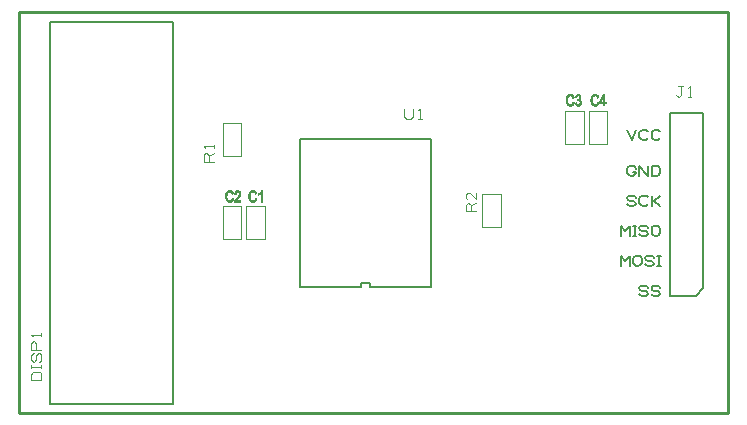
<source format=gbr>
G04 GENERATED BY PULSONIX 8.5 GERBER.DLL 5902*
G04 #@! TF.Part,Single*
%INPLATINE_1_NEW*%
%LNSILKSCREEN TOP*%
%FSLAX35Y35*%
%LPD*%
%MOIN*%
G04 #@! TF.FileFunction,Legend,Top*
%ADD21C,0.00001*%
G04 #@! TA.AperFunction,Profile*
%ADD23C,0.01000*%
G04 #@! TA.AperFunction,NonMaterial*
%ADD24C,0.00787*%
G04 #@! TD.AperFunction*
%ADD25C,0.00492*%
%ADD27C,0.00500*%
G04 #@! TA.AperFunction,NonMaterial*
%ADD72C,0.00394*%
X0Y0D02*
D02*
D21*
X105758Y81853D02*
X106166Y81729D01*
X106131Y81576*
X106083Y81434*
X106036Y81304*
X105983Y81180*
X105918Y81068*
X105847Y80968*
X105776Y80873*
X105694Y80790*
X105605Y80719*
X105516Y80655*
X105422Y80601*
X105321Y80560*
X105215Y80525*
X105109Y80501*
X104991Y80489*
X104873Y80483*
X104766Y80489*
X104666Y80495*
X104571Y80513*
X104477Y80536*
X104388Y80566*
X104306Y80601*
X104223Y80643*
X104146Y80690*
X104075Y80749*
X104005Y80808*
X103934Y80879*
X103875Y80962*
X103816Y81050*
X103756Y81145*
X103703Y81245*
X103656Y81357*
X103609Y81475*
X103568Y81594*
X103538Y81723*
X103508Y81859*
X103491Y81995*
X103473Y82137*
X103467Y82284*
X103461Y82438*
X103467Y82592*
X103473Y82733*
X103491Y82875*
X103508Y83011*
X103538Y83135*
X103568Y83259*
X103609Y83371*
X103656Y83483*
X103703Y83584*
X103756Y83684*
X103816Y83773*
X103881Y83855*
X103945Y83932*
X104016Y84003*
X104093Y84068*
X104176Y84127*
X104258Y84180*
X104341Y84221*
X104430Y84257*
X104518Y84292*
X104613Y84316*
X104707Y84334*
X104808Y84340*
X104908Y84345*
X105014Y84340*
X105121Y84328*
X105221Y84304*
X105316Y84275*
X105410Y84239*
X105499Y84192*
X105587Y84133*
X105670Y84068*
X105747Y83997*
X105818Y83914*
X105877Y83826*
X105936Y83725*
X105989Y83625*
X106036Y83507*
X106077Y83389*
X106113Y83259*
X105717Y83147*
X105688Y83241*
X105658Y83330*
X105629Y83406*
X105587Y83483*
X105552Y83554*
X105505Y83619*
X105463Y83672*
X105410Y83725*
X105357Y83773*
X105304Y83808*
X105245Y83844*
X105180Y83873*
X105115Y83891*
X105050Y83908*
X104973Y83914*
X104902Y83920*
X104755Y83908*
X104613Y83879*
X104489Y83832*
X104371Y83761*
X104264Y83672*
X104170Y83566*
X104087Y83430*
X104016Y83277*
X103957Y83099*
X103916Y82899*
X103886Y82680*
X103881Y82438*
X103886Y82255*
X103898Y82078*
X103916Y81918*
X103945Y81771*
X103987Y81629*
X104034Y81505*
X104087Y81393*
X104152Y81292*
X104223Y81204*
X104294Y81121*
X104377Y81056*
X104465Y81003*
X104554Y80962*
X104654Y80932*
X104760Y80914*
X104867Y80908*
X104949Y80914*
X105026Y80920*
X105103Y80938*
X105174Y80968*
X105245Y80997*
X105310Y81038*
X105375Y81086*
X105440Y81145*
X105493Y81204*
X105546Y81275*
X105593Y81351*
X105640Y81434*
X105676Y81529*
X105705Y81629*
X105735Y81735*
X105758Y81853*
G36*
X106166Y81729*
X106131Y81576*
X106083Y81434*
X106036Y81304*
X105983Y81180*
X105918Y81068*
X105847Y80968*
X105776Y80873*
X105694Y80790*
X105605Y80719*
X105516Y80655*
X105422Y80601*
X105321Y80560*
X105215Y80525*
X105109Y80501*
X104991Y80489*
X104873Y80483*
X104766Y80489*
X104666Y80495*
X104571Y80513*
X104477Y80536*
X104388Y80566*
X104306Y80601*
X104223Y80643*
X104146Y80690*
X104075Y80749*
X104005Y80808*
X103934Y80879*
X103875Y80962*
X103816Y81050*
X103756Y81145*
X103703Y81245*
X103656Y81357*
X103609Y81475*
X103568Y81594*
X103538Y81723*
X103508Y81859*
X103491Y81995*
X103473Y82137*
X103467Y82284*
X103461Y82438*
X103467Y82592*
X103473Y82733*
X103491Y82875*
X103508Y83011*
X103538Y83135*
X103568Y83259*
X103609Y83371*
X103656Y83483*
X103703Y83584*
X103756Y83684*
X103816Y83773*
X103881Y83855*
X103945Y83932*
X104016Y84003*
X104093Y84068*
X104176Y84127*
X104258Y84180*
X104341Y84221*
X104430Y84257*
X104518Y84292*
X104613Y84316*
X104707Y84334*
X104808Y84340*
X104908Y84345*
X105014Y84340*
X105121Y84328*
X105221Y84304*
X105316Y84275*
X105410Y84239*
X105499Y84192*
X105587Y84133*
X105670Y84068*
X105747Y83997*
X105818Y83914*
X105877Y83826*
X105936Y83725*
X105989Y83625*
X106036Y83507*
X106077Y83389*
X106113Y83259*
X105717Y83147*
X105688Y83241*
X105658Y83330*
X105629Y83406*
X105587Y83483*
X105552Y83554*
X105505Y83619*
X105463Y83672*
X105410Y83725*
X105357Y83773*
X105304Y83808*
X105245Y83844*
X105180Y83873*
X105115Y83891*
X105050Y83908*
X104973Y83914*
X104902Y83920*
X104755Y83908*
X104613Y83879*
X104489Y83832*
X104371Y83761*
X104264Y83672*
X104170Y83566*
X104087Y83430*
X104016Y83277*
X103957Y83099*
X103916Y82899*
X103886Y82680*
X103881Y82438*
X103886Y82255*
X103898Y82078*
X103916Y81918*
X103945Y81771*
X103987Y81629*
X104034Y81505*
X104087Y81393*
X104152Y81292*
X104223Y81204*
X104294Y81121*
X104377Y81056*
X104465Y81003*
X104554Y80962*
X104654Y80932*
X104760Y80914*
X104867Y80908*
X104949Y80914*
X105026Y80920*
X105103Y80938*
X105174Y80968*
X105245Y80997*
X105310Y81038*
X105375Y81086*
X105440Y81145*
X105493Y81204*
X105546Y81275*
X105593Y81351*
X105640Y81434*
X105676Y81529*
X105705Y81629*
X105735Y81735*
X105758Y81853*
G37*
X108499Y80991D02*
Y80548D01*
X106473*
X106479Y80684*
X106508Y80832*
X106562Y80985*
X106638Y81145*
X106680Y81233*
X106739Y81322*
X106804Y81410*
X106875Y81511*
X106957Y81611*
X107052Y81712*
X107152Y81818*
X107258Y81930*
X107382Y82060*
X107501Y82178*
X107601Y82290*
X107695Y82397*
X107778Y82491*
X107849Y82586*
X107902Y82668*
X107949Y82739*
X108020Y82881*
X108073Y83017*
X108103Y83147*
X108115Y83277*
X108103Y83412*
X108073Y83536*
X108020Y83643*
X107949Y83743*
X107861Y83820*
X107760Y83873*
X107654Y83908*
X107536Y83920*
X107471Y83914*
X107406Y83908*
X107353Y83891*
X107294Y83873*
X107241Y83844*
X107194Y83808*
X107146Y83773*
X107105Y83725*
X107028Y83619*
X106975Y83489*
X106945Y83342*
X106934Y83170*
X106544Y83218*
X106556Y83347*
X106579Y83471*
X106609Y83584*
X106638Y83690*
X106680Y83784*
X106733Y83873*
X106786Y83956*
X106851Y84027*
X106916Y84092*
X106993Y84145*
X107069Y84192*
X107152Y84227*
X107241Y84257*
X107335Y84281*
X107436Y84292*
X107542Y84298*
X107654Y84292*
X107760Y84281*
X107861Y84251*
X107955Y84221*
X108038Y84174*
X108115Y84121*
X108186Y84056*
X108251Y83979*
X108310Y83903*
X108357Y83820*
X108398Y83731*
X108434Y83643*
X108457Y83554*
X108475Y83460*
X108487Y83365*
X108493Y83265*
X108481Y83088*
X108445Y82916*
X108422Y82828*
X108386Y82745*
X108351Y82662*
X108304Y82580*
X108251Y82497*
X108192Y82403*
X108115Y82302*
X108032Y82202*
X107938Y82090*
X107831Y81966*
X107713Y81842*
X107589Y81712*
X107506Y81629*
X107436Y81552*
X107371Y81481*
X107312Y81422*
X107258Y81363*
X107217Y81316*
X107182Y81275*
X107152Y81239*
X107064Y81115*
X106993Y80991*
X108499*
G36*
Y80548*
X106473*
X106479Y80684*
X106508Y80832*
X106562Y80985*
X106638Y81145*
X106680Y81233*
X106739Y81322*
X106804Y81410*
X106875Y81511*
X106957Y81611*
X107052Y81712*
X107152Y81818*
X107258Y81930*
X107382Y82060*
X107501Y82178*
X107601Y82290*
X107695Y82397*
X107778Y82491*
X107849Y82586*
X107902Y82668*
X107949Y82739*
X108020Y82881*
X108073Y83017*
X108103Y83147*
X108115Y83277*
X108103Y83412*
X108073Y83536*
X108020Y83643*
X107949Y83743*
X107861Y83820*
X107760Y83873*
X107654Y83908*
X107536Y83920*
X107471Y83914*
X107406Y83908*
X107353Y83891*
X107294Y83873*
X107241Y83844*
X107194Y83808*
X107146Y83773*
X107105Y83725*
X107028Y83619*
X106975Y83489*
X106945Y83342*
X106934Y83170*
X106544Y83218*
X106556Y83347*
X106579Y83471*
X106609Y83584*
X106638Y83690*
X106680Y83784*
X106733Y83873*
X106786Y83956*
X106851Y84027*
X106916Y84092*
X106993Y84145*
X107069Y84192*
X107152Y84227*
X107241Y84257*
X107335Y84281*
X107436Y84292*
X107542Y84298*
X107654Y84292*
X107760Y84281*
X107861Y84251*
X107955Y84221*
X108038Y84174*
X108115Y84121*
X108186Y84056*
X108251Y83979*
X108310Y83903*
X108357Y83820*
X108398Y83731*
X108434Y83643*
X108457Y83554*
X108475Y83460*
X108487Y83365*
X108493Y83265*
X108481Y83088*
X108445Y82916*
X108422Y82828*
X108386Y82745*
X108351Y82662*
X108304Y82580*
X108251Y82497*
X108192Y82403*
X108115Y82302*
X108032Y82202*
X107938Y82090*
X107831Y81966*
X107713Y81842*
X107589Y81712*
X107506Y81629*
X107436Y81552*
X107371Y81481*
X107312Y81422*
X107258Y81363*
X107217Y81316*
X107182Y81275*
X107152Y81239*
X107064Y81115*
X106993Y80991*
X108499*
G37*
X113475Y81853D02*
X113882Y81729D01*
X113847Y81576*
X113800Y81434*
X113753Y81304*
X113699Y81180*
X113634Y81068*
X113564Y80968*
X113493Y80873*
X113410Y80790*
X113321Y80719*
X113233Y80655*
X113138Y80601*
X113038Y80560*
X112932Y80525*
X112825Y80501*
X112707Y80489*
X112589Y80483*
X112483Y80489*
X112382Y80495*
X112288Y80513*
X112194Y80536*
X112105Y80566*
X112022Y80601*
X111940Y80643*
X111863Y80690*
X111792Y80749*
X111721Y80808*
X111650Y80879*
X111591Y80962*
X111532Y81050*
X111473Y81145*
X111420Y81245*
X111373Y81357*
X111325Y81475*
X111284Y81594*
X111255Y81723*
X111225Y81859*
X111207Y81995*
X111190Y82137*
X111184Y82284*
X111178Y82438*
X111184Y82592*
X111190Y82733*
X111207Y82875*
X111225Y83011*
X111255Y83135*
X111284Y83259*
X111325Y83371*
X111373Y83483*
X111420Y83584*
X111473Y83684*
X111532Y83773*
X111597Y83855*
X111662Y83932*
X111733Y84003*
X111810Y84068*
X111892Y84127*
X111975Y84180*
X112058Y84221*
X112146Y84257*
X112235Y84292*
X112329Y84316*
X112424Y84334*
X112524Y84340*
X112625Y84345*
X112731Y84340*
X112837Y84328*
X112938Y84304*
X113032Y84275*
X113127Y84239*
X113215Y84192*
X113304Y84133*
X113386Y84068*
X113463Y83997*
X113534Y83914*
X113593Y83826*
X113652Y83725*
X113705Y83625*
X113753Y83507*
X113794Y83389*
X113829Y83259*
X113434Y83147*
X113404Y83241*
X113375Y83330*
X113345Y83406*
X113304Y83483*
X113268Y83554*
X113221Y83619*
X113180Y83672*
X113127Y83725*
X113073Y83773*
X113020Y83808*
X112961Y83844*
X112896Y83873*
X112831Y83891*
X112766Y83908*
X112690Y83914*
X112619Y83920*
X112471Y83908*
X112329Y83879*
X112205Y83832*
X112087Y83761*
X111981Y83672*
X111886Y83566*
X111804Y83430*
X111733Y83277*
X111674Y83099*
X111632Y82899*
X111603Y82680*
X111597Y82438*
X111603Y82255*
X111615Y82078*
X111632Y81918*
X111662Y81771*
X111703Y81629*
X111751Y81505*
X111804Y81393*
X111869Y81292*
X111940Y81204*
X112010Y81121*
X112093Y81056*
X112182Y81003*
X112270Y80962*
X112371Y80932*
X112477Y80914*
X112583Y80908*
X112666Y80914*
X112743Y80920*
X112819Y80938*
X112890Y80968*
X112961Y80997*
X113026Y81038*
X113091Y81086*
X113156Y81145*
X113209Y81204*
X113262Y81275*
X113310Y81351*
X113357Y81434*
X113392Y81529*
X113422Y81629*
X113451Y81735*
X113475Y81853*
G36*
X113882Y81729*
X113847Y81576*
X113800Y81434*
X113753Y81304*
X113699Y81180*
X113634Y81068*
X113564Y80968*
X113493Y80873*
X113410Y80790*
X113321Y80719*
X113233Y80655*
X113138Y80601*
X113038Y80560*
X112932Y80525*
X112825Y80501*
X112707Y80489*
X112589Y80483*
X112483Y80489*
X112382Y80495*
X112288Y80513*
X112194Y80536*
X112105Y80566*
X112022Y80601*
X111940Y80643*
X111863Y80690*
X111792Y80749*
X111721Y80808*
X111650Y80879*
X111591Y80962*
X111532Y81050*
X111473Y81145*
X111420Y81245*
X111373Y81357*
X111325Y81475*
X111284Y81594*
X111255Y81723*
X111225Y81859*
X111207Y81995*
X111190Y82137*
X111184Y82284*
X111178Y82438*
X111184Y82592*
X111190Y82733*
X111207Y82875*
X111225Y83011*
X111255Y83135*
X111284Y83259*
X111325Y83371*
X111373Y83483*
X111420Y83584*
X111473Y83684*
X111532Y83773*
X111597Y83855*
X111662Y83932*
X111733Y84003*
X111810Y84068*
X111892Y84127*
X111975Y84180*
X112058Y84221*
X112146Y84257*
X112235Y84292*
X112329Y84316*
X112424Y84334*
X112524Y84340*
X112625Y84345*
X112731Y84340*
X112837Y84328*
X112938Y84304*
X113032Y84275*
X113127Y84239*
X113215Y84192*
X113304Y84133*
X113386Y84068*
X113463Y83997*
X113534Y83914*
X113593Y83826*
X113652Y83725*
X113705Y83625*
X113753Y83507*
X113794Y83389*
X113829Y83259*
X113434Y83147*
X113404Y83241*
X113375Y83330*
X113345Y83406*
X113304Y83483*
X113268Y83554*
X113221Y83619*
X113180Y83672*
X113127Y83725*
X113073Y83773*
X113020Y83808*
X112961Y83844*
X112896Y83873*
X112831Y83891*
X112766Y83908*
X112690Y83914*
X112619Y83920*
X112471Y83908*
X112329Y83879*
X112205Y83832*
X112087Y83761*
X111981Y83672*
X111886Y83566*
X111804Y83430*
X111733Y83277*
X111674Y83099*
X111632Y82899*
X111603Y82680*
X111597Y82438*
X111603Y82255*
X111615Y82078*
X111632Y81918*
X111662Y81771*
X111703Y81629*
X111751Y81505*
X111804Y81393*
X111869Y81292*
X111940Y81204*
X112010Y81121*
X112093Y81056*
X112182Y81003*
X112270Y80962*
X112371Y80932*
X112477Y80914*
X112583Y80908*
X112666Y80914*
X112743Y80920*
X112819Y80938*
X112890Y80968*
X112961Y80997*
X113026Y81038*
X113091Y81086*
X113156Y81145*
X113209Y81204*
X113262Y81275*
X113310Y81351*
X113357Y81434*
X113392Y81529*
X113422Y81629*
X113451Y81735*
X113475Y81853*
G37*
X115642Y80548D02*
X115270D01*
Y83471*
X115199Y83395*
X115117Y83318*
X115028Y83235*
X114922Y83158*
X114816Y83082*
X114715Y83017*
X114615Y82964*
X114520Y82916*
Y83359*
X114674Y83454*
X114810Y83554*
X114945Y83672*
X115069Y83796*
X115176Y83920*
X115270Y84050*
X115347Y84174*
X115400Y84298*
X115642*
Y80548*
G36*
X115270*
Y83471*
X115199Y83395*
X115117Y83318*
X115028Y83235*
X114922Y83158*
X114816Y83082*
X114715Y83017*
X114615Y82964*
X114520Y82916*
Y83359*
X114674Y83454*
X114810Y83554*
X114945Y83672*
X115069Y83796*
X115176Y83920*
X115270Y84050*
X115347Y84174*
X115400Y84298*
X115642*
Y80548*
G37*
X219262Y113901D02*
X219670Y113777D01*
X219634Y113623*
X219587Y113481*
X219540Y113351*
X219487Y113227*
X219422Y113115*
X219351Y113015*
X219280Y112920*
X219197Y112838*
X219109Y112767*
X219020Y112702*
X218926Y112649*
X218825Y112607*
X218719Y112572*
X218613Y112548*
X218495Y112536*
X218377Y112531*
X218270Y112536*
X218170Y112542*
X218075Y112560*
X217981Y112584*
X217892Y112613*
X217810Y112649*
X217727Y112690*
X217650Y112737*
X217579Y112796*
X217508Y112855*
X217438Y112926*
X217379Y113009*
X217319Y113097*
X217260Y113192*
X217207Y113292*
X217160Y113405*
X217113Y113523*
X217071Y113641*
X217042Y113771*
X217012Y113906*
X216995Y114042*
X216977Y114184*
X216971Y114332*
X216965Y114485*
X216971Y114639*
X216977Y114781*
X216995Y114922*
X217012Y115058*
X217042Y115182*
X217071Y115306*
X217113Y115418*
X217160Y115531*
X217207Y115631*
X217260Y115731*
X217319Y115820*
X217384Y115903*
X217449Y115979*
X217520Y116050*
X217597Y116115*
X217680Y116174*
X217762Y116227*
X217845Y116269*
X217934Y116304*
X218022Y116340*
X218117Y116363*
X218211Y116381*
X218312Y116387*
X218412Y116393*
X218518Y116387*
X218625Y116375*
X218725Y116351*
X218819Y116322*
X218914Y116286*
X219003Y116239*
X219091Y116180*
X219174Y116115*
X219251Y116044*
X219321Y115962*
X219381Y115873*
X219440Y115773*
X219493Y115672*
X219540Y115554*
X219581Y115436*
X219617Y115306*
X219221Y115194*
X219192Y115288*
X219162Y115377*
X219132Y115454*
X219091Y115531*
X219056Y115601*
X219008Y115666*
X218967Y115719*
X218914Y115773*
X218861Y115820*
X218808Y115855*
X218749Y115891*
X218684Y115920*
X218619Y115938*
X218554Y115956*
X218477Y115962*
X218406Y115968*
X218258Y115956*
X218117Y115926*
X217993Y115879*
X217875Y115808*
X217768Y115719*
X217674Y115613*
X217591Y115477*
X217520Y115324*
X217461Y115147*
X217420Y114946*
X217390Y114727*
X217384Y114485*
X217390Y114302*
X217402Y114125*
X217420Y113966*
X217449Y113818*
X217491Y113676*
X217538Y113552*
X217591Y113440*
X217656Y113340*
X217727Y113251*
X217798Y113168*
X217881Y113103*
X217969Y113050*
X218058Y113009*
X218158Y112979*
X218264Y112962*
X218371Y112956*
X218453Y112962*
X218530Y112968*
X218607Y112985*
X218678Y113015*
X218749Y113044*
X218814Y113086*
X218879Y113133*
X218944Y113192*
X218997Y113251*
X219050Y113322*
X219097Y113399*
X219144Y113481*
X219180Y113576*
X219209Y113676*
X219239Y113782*
X219262Y113901*
G36*
X219670Y113777*
X219634Y113623*
X219587Y113481*
X219540Y113351*
X219487Y113227*
X219422Y113115*
X219351Y113015*
X219280Y112920*
X219197Y112838*
X219109Y112767*
X219020Y112702*
X218926Y112649*
X218825Y112607*
X218719Y112572*
X218613Y112548*
X218495Y112536*
X218377Y112531*
X218270Y112536*
X218170Y112542*
X218075Y112560*
X217981Y112584*
X217892Y112613*
X217810Y112649*
X217727Y112690*
X217650Y112737*
X217579Y112796*
X217508Y112855*
X217438Y112926*
X217379Y113009*
X217319Y113097*
X217260Y113192*
X217207Y113292*
X217160Y113405*
X217113Y113523*
X217071Y113641*
X217042Y113771*
X217012Y113906*
X216995Y114042*
X216977Y114184*
X216971Y114332*
X216965Y114485*
X216971Y114639*
X216977Y114781*
X216995Y114922*
X217012Y115058*
X217042Y115182*
X217071Y115306*
X217113Y115418*
X217160Y115531*
X217207Y115631*
X217260Y115731*
X217319Y115820*
X217384Y115903*
X217449Y115979*
X217520Y116050*
X217597Y116115*
X217680Y116174*
X217762Y116227*
X217845Y116269*
X217934Y116304*
X218022Y116340*
X218117Y116363*
X218211Y116381*
X218312Y116387*
X218412Y116393*
X218518Y116387*
X218625Y116375*
X218725Y116351*
X218819Y116322*
X218914Y116286*
X219003Y116239*
X219091Y116180*
X219174Y116115*
X219251Y116044*
X219321Y115962*
X219381Y115873*
X219440Y115773*
X219493Y115672*
X219540Y115554*
X219581Y115436*
X219617Y115306*
X219221Y115194*
X219192Y115288*
X219162Y115377*
X219132Y115454*
X219091Y115531*
X219056Y115601*
X219008Y115666*
X218967Y115719*
X218914Y115773*
X218861Y115820*
X218808Y115855*
X218749Y115891*
X218684Y115920*
X218619Y115938*
X218554Y115956*
X218477Y115962*
X218406Y115968*
X218258Y115956*
X218117Y115926*
X217993Y115879*
X217875Y115808*
X217768Y115719*
X217674Y115613*
X217591Y115477*
X217520Y115324*
X217461Y115147*
X217420Y114946*
X217390Y114727*
X217384Y114485*
X217390Y114302*
X217402Y114125*
X217420Y113966*
X217449Y113818*
X217491Y113676*
X217538Y113552*
X217591Y113440*
X217656Y113340*
X217727Y113251*
X217798Y113168*
X217881Y113103*
X217969Y113050*
X218058Y113009*
X218158Y112979*
X218264Y112962*
X218371Y112956*
X218453Y112962*
X218530Y112968*
X218607Y112985*
X218678Y113015*
X218749Y113044*
X218814Y113086*
X218879Y113133*
X218944Y113192*
X218997Y113251*
X219050Y113322*
X219097Y113399*
X219144Y113481*
X219180Y113576*
X219209Y113676*
X219239Y113782*
X219262Y113901*
G37*
X220018Y113582D02*
X220390Y113641D01*
X220426Y113469*
X220473Y113322*
X220526Y113192*
X220597Y113092*
X220680Y113009*
X220768Y112956*
X220869Y112920*
X220987Y112908*
X221046Y112914*
X221111Y112920*
X221170Y112938*
X221223Y112962*
X221282Y112991*
X221329Y113032*
X221382Y113074*
X221430Y113127*
X221477Y113180*
X221512Y113245*
X221548Y113304*
X221571Y113375*
X221607Y113523*
X221619Y113688*
X221607Y113847*
X221577Y113983*
X221524Y114107*
X221447Y114214*
X221400Y114261*
X221353Y114302*
X221306Y114338*
X221253Y114361*
X221199Y114385*
X221140Y114403*
X221081Y114408*
X221022Y114414*
X220963Y114408*
X220904Y114403*
X220833Y114385*
X220756Y114361*
X220798Y114769*
X220857Y114763*
X220993Y114775*
X221111Y114804*
X221217Y114857*
X221312Y114934*
X221388Y115023*
X221447Y115129*
X221477Y115253*
X221489Y115389*
X221477Y115513*
X221453Y115625*
X221406Y115719*
X221341Y115808*
X221264Y115879*
X221182Y115926*
X221087Y115956*
X220987Y115968*
X220881Y115956*
X220786Y115926*
X220697Y115873*
X220615Y115802*
X220550Y115708*
X220497Y115590*
X220455Y115454*
X220426Y115294*
X220054Y115377*
X220077Y115495*
X220101Y115601*
X220131Y115702*
X220172Y115796*
X220213Y115885*
X220260Y115962*
X220314Y116032*
X220373Y116097*
X220438Y116156*
X220503Y116210*
X220573Y116251*
X220650Y116286*
X220727Y116310*
X220804Y116328*
X220892Y116340*
X220975Y116345*
X221069Y116340*
X221158Y116328*
X221241Y116304*
X221318Y116275*
X221400Y116239*
X221471Y116192*
X221542Y116133*
X221607Y116068*
X221666Y115997*
X221719Y115926*
X221766Y115844*
X221802Y115761*
X221831Y115672*
X221849Y115578*
X221861Y115477*
X221867Y115377*
X221861Y115253*
X221837Y115135*
X221808Y115029*
X221760Y114928*
X221701Y114834*
X221631Y114751*
X221548Y114680*
X221453Y114621*
X221542Y114592*
X221619Y114550*
X221690Y114503*
X221755Y114450*
X221814Y114385*
X221861Y114314*
X221908Y114231*
X221949Y114137*
X221979Y114036*
X222003Y113930*
X222014Y113818*
X222020Y113700*
X222014Y113576*
X222003Y113452*
X221979Y113340*
X221944Y113233*
X221902Y113127*
X221849Y113032*
X221790Y112944*
X221719Y112855*
X221642Y112779*
X221560Y112714*
X221471Y112660*
X221382Y112613*
X221294Y112578*
X221194Y112548*
X221099Y112536*
X220993Y112531*
X220898Y112536*
X220804Y112548*
X220715Y112572*
X220632Y112601*
X220550Y112643*
X220473Y112690*
X220396Y112749*
X220331Y112814*
X220266Y112891*
X220207Y112968*
X220160Y113056*
X220113Y113151*
X220077Y113245*
X220054Y113351*
X220030Y113464*
X220018Y113582*
G36*
X220390Y113641*
X220426Y113469*
X220473Y113322*
X220526Y113192*
X220597Y113092*
X220680Y113009*
X220768Y112956*
X220869Y112920*
X220987Y112908*
X221046Y112914*
X221111Y112920*
X221170Y112938*
X221223Y112962*
X221282Y112991*
X221329Y113032*
X221382Y113074*
X221430Y113127*
X221477Y113180*
X221512Y113245*
X221548Y113304*
X221571Y113375*
X221607Y113523*
X221619Y113688*
X221607Y113847*
X221577Y113983*
X221524Y114107*
X221447Y114214*
X221400Y114261*
X221353Y114302*
X221306Y114338*
X221253Y114361*
X221199Y114385*
X221140Y114403*
X221081Y114408*
X221022Y114414*
X220963Y114408*
X220904Y114403*
X220833Y114385*
X220756Y114361*
X220798Y114769*
X220857Y114763*
X220993Y114775*
X221111Y114804*
X221217Y114857*
X221312Y114934*
X221388Y115023*
X221447Y115129*
X221477Y115253*
X221489Y115389*
X221477Y115513*
X221453Y115625*
X221406Y115719*
X221341Y115808*
X221264Y115879*
X221182Y115926*
X221087Y115956*
X220987Y115968*
X220881Y115956*
X220786Y115926*
X220697Y115873*
X220615Y115802*
X220550Y115708*
X220497Y115590*
X220455Y115454*
X220426Y115294*
X220054Y115377*
X220077Y115495*
X220101Y115601*
X220131Y115702*
X220172Y115796*
X220213Y115885*
X220260Y115962*
X220314Y116032*
X220373Y116097*
X220438Y116156*
X220503Y116210*
X220573Y116251*
X220650Y116286*
X220727Y116310*
X220804Y116328*
X220892Y116340*
X220975Y116345*
X221069Y116340*
X221158Y116328*
X221241Y116304*
X221318Y116275*
X221400Y116239*
X221471Y116192*
X221542Y116133*
X221607Y116068*
X221666Y115997*
X221719Y115926*
X221766Y115844*
X221802Y115761*
X221831Y115672*
X221849Y115578*
X221861Y115477*
X221867Y115377*
X221861Y115253*
X221837Y115135*
X221808Y115029*
X221760Y114928*
X221701Y114834*
X221631Y114751*
X221548Y114680*
X221453Y114621*
X221542Y114592*
X221619Y114550*
X221690Y114503*
X221755Y114450*
X221814Y114385*
X221861Y114314*
X221908Y114231*
X221949Y114137*
X221979Y114036*
X222003Y113930*
X222014Y113818*
X222020Y113700*
X222014Y113576*
X222003Y113452*
X221979Y113340*
X221944Y113233*
X221902Y113127*
X221849Y113032*
X221790Y112944*
X221719Y112855*
X221642Y112779*
X221560Y112714*
X221471Y112660*
X221382Y112613*
X221294Y112578*
X221194Y112548*
X221099Y112536*
X220993Y112531*
X220898Y112536*
X220804Y112548*
X220715Y112572*
X220632Y112601*
X220550Y112643*
X220473Y112690*
X220396Y112749*
X220331Y112814*
X220266Y112891*
X220207Y112968*
X220160Y113056*
X220113Y113151*
X220077Y113245*
X220054Y113351*
X220030Y113464*
X220018Y113582*
G37*
X227530Y113901D02*
X227938Y113777D01*
X227902Y113623*
X227855Y113481*
X227808Y113351*
X227755Y113227*
X227690Y113115*
X227619Y113015*
X227548Y112920*
X227465Y112838*
X227377Y112767*
X227288Y112702*
X227194Y112649*
X227093Y112607*
X226987Y112572*
X226881Y112548*
X226762Y112536*
X226644Y112531*
X226538Y112536*
X226438Y112542*
X226343Y112560*
X226249Y112584*
X226160Y112613*
X226077Y112649*
X225995Y112690*
X225918Y112737*
X225847Y112796*
X225776Y112855*
X225705Y112926*
X225646Y113009*
X225587Y113097*
X225528Y113192*
X225475Y113292*
X225428Y113405*
X225381Y113523*
X225339Y113641*
X225310Y113771*
X225280Y113906*
X225262Y114042*
X225245Y114184*
X225239Y114332*
X225233Y114485*
X225239Y114639*
X225245Y114781*
X225262Y114922*
X225280Y115058*
X225310Y115182*
X225339Y115306*
X225381Y115418*
X225428Y115531*
X225475Y115631*
X225528Y115731*
X225587Y115820*
X225652Y115903*
X225717Y115979*
X225788Y116050*
X225865Y116115*
X225947Y116174*
X226030Y116227*
X226113Y116269*
X226201Y116304*
X226290Y116340*
X226384Y116363*
X226479Y116381*
X226579Y116387*
X226680Y116393*
X226786Y116387*
X226892Y116375*
X226993Y116351*
X227087Y116322*
X227182Y116286*
X227270Y116239*
X227359Y116180*
X227442Y116115*
X227518Y116044*
X227589Y115962*
X227648Y115873*
X227707Y115773*
X227760Y115672*
X227808Y115554*
X227849Y115436*
X227884Y115306*
X227489Y115194*
X227459Y115288*
X227430Y115377*
X227400Y115454*
X227359Y115531*
X227323Y115601*
X227276Y115666*
X227235Y115719*
X227182Y115773*
X227129Y115820*
X227075Y115855*
X227016Y115891*
X226951Y115920*
X226886Y115938*
X226821Y115956*
X226745Y115962*
X226674Y115968*
X226526Y115956*
X226384Y115926*
X226260Y115879*
X226142Y115808*
X226036Y115719*
X225942Y115613*
X225859Y115477*
X225788Y115324*
X225729Y115147*
X225688Y114946*
X225658Y114727*
X225652Y114485*
X225658Y114302*
X225670Y114125*
X225688Y113966*
X225717Y113818*
X225758Y113676*
X225806Y113552*
X225859Y113440*
X225924Y113340*
X225995Y113251*
X226066Y113168*
X226148Y113103*
X226237Y113050*
X226325Y113009*
X226426Y112979*
X226532Y112962*
X226638Y112956*
X226721Y112962*
X226798Y112968*
X226875Y112985*
X226945Y113015*
X227016Y113044*
X227081Y113086*
X227146Y113133*
X227211Y113192*
X227264Y113251*
X227318Y113322*
X227365Y113399*
X227412Y113481*
X227447Y113576*
X227477Y113676*
X227506Y113782*
X227530Y113901*
G36*
X227938Y113777*
X227902Y113623*
X227855Y113481*
X227808Y113351*
X227755Y113227*
X227690Y113115*
X227619Y113015*
X227548Y112920*
X227465Y112838*
X227377Y112767*
X227288Y112702*
X227194Y112649*
X227093Y112607*
X226987Y112572*
X226881Y112548*
X226762Y112536*
X226644Y112531*
X226538Y112536*
X226438Y112542*
X226343Y112560*
X226249Y112584*
X226160Y112613*
X226077Y112649*
X225995Y112690*
X225918Y112737*
X225847Y112796*
X225776Y112855*
X225705Y112926*
X225646Y113009*
X225587Y113097*
X225528Y113192*
X225475Y113292*
X225428Y113405*
X225381Y113523*
X225339Y113641*
X225310Y113771*
X225280Y113906*
X225262Y114042*
X225245Y114184*
X225239Y114332*
X225233Y114485*
X225239Y114639*
X225245Y114781*
X225262Y114922*
X225280Y115058*
X225310Y115182*
X225339Y115306*
X225381Y115418*
X225428Y115531*
X225475Y115631*
X225528Y115731*
X225587Y115820*
X225652Y115903*
X225717Y115979*
X225788Y116050*
X225865Y116115*
X225947Y116174*
X226030Y116227*
X226113Y116269*
X226201Y116304*
X226290Y116340*
X226384Y116363*
X226479Y116381*
X226579Y116387*
X226680Y116393*
X226786Y116387*
X226892Y116375*
X226993Y116351*
X227087Y116322*
X227182Y116286*
X227270Y116239*
X227359Y116180*
X227442Y116115*
X227518Y116044*
X227589Y115962*
X227648Y115873*
X227707Y115773*
X227760Y115672*
X227808Y115554*
X227849Y115436*
X227884Y115306*
X227489Y115194*
X227459Y115288*
X227430Y115377*
X227400Y115454*
X227359Y115531*
X227323Y115601*
X227276Y115666*
X227235Y115719*
X227182Y115773*
X227129Y115820*
X227075Y115855*
X227016Y115891*
X226951Y115920*
X226886Y115938*
X226821Y115956*
X226745Y115962*
X226674Y115968*
X226526Y115956*
X226384Y115926*
X226260Y115879*
X226142Y115808*
X226036Y115719*
X225942Y115613*
X225859Y115477*
X225788Y115324*
X225729Y115147*
X225688Y114946*
X225658Y114727*
X225652Y114485*
X225658Y114302*
X225670Y114125*
X225688Y113966*
X225717Y113818*
X225758Y113676*
X225806Y113552*
X225859Y113440*
X225924Y113340*
X225995Y113251*
X226066Y113168*
X226148Y113103*
X226237Y113050*
X226325Y113009*
X226426Y112979*
X226532Y112962*
X226638Y112956*
X226721Y112962*
X226798Y112968*
X226875Y112985*
X226945Y113015*
X227016Y113044*
X227081Y113086*
X227146Y113133*
X227211Y113192*
X227264Y113251*
X227318Y113322*
X227365Y113399*
X227412Y113481*
X227447Y113576*
X227477Y113676*
X227506Y113782*
X227530Y113901*
G37*
X229491Y112595D02*
Y113487D01*
X228162*
Y113912*
X229562Y116328*
X229863*
Y113912*
X230276*
Y113487*
X229863*
Y112595*
X229491*
Y113912D02*
Y115595D01*
X228528Y113912*
X229491*
X229863Y114754D02*
G36*
X229491D01*
Y113912*
X228528*
X229009Y114754*
X228650*
X228162Y113912*
Y113487*
X229491*
Y112595*
X229863*
Y113487*
X230276*
Y113912*
X229863*
Y114754*
G37*
Y116328D02*
G36*
X229562D01*
X228650Y114754*
X229009*
X229491Y115595*
Y114754*
X229863*
Y116328*
G37*
D02*
D23*
X34847Y9962D02*
Y143820D01*
X271068*
Y9962*
X34847*
D02*
D24*
X45123Y13003D02*
Y140464D01*
X86068*
Y13003*
X45123*
X128508Y52048D02*
Y101418D01*
X172209*
Y52048*
X151835*
Y53525*
X148882*
Y52048*
X128508*
X251788Y49147D02*
Y110147D01*
X262788*
Y51647*
X260288Y49147*
X251788*
D02*
D25*
X42246Y20985D02*
X38772Y20985D01*
Y22722*
X39062Y23301*
X39351Y23591*
X39930Y23880*
X41088*
X41667Y23591*
X41957Y23301*
X42246Y22722*
Y20985*
Y24971D02*
X42246Y26129D01*
Y25550D02*
X38772Y25550D01*
Y24971D02*
X38772Y26129D01*
X41378Y27088D02*
X41957Y27377D01*
X42246Y27956*
Y29114*
X41957Y29693*
X41378Y29982*
X40799Y29693*
X40509Y29114*
Y27956*
X40220Y27377*
X39641Y27088*
X39062Y27377*
X38772Y27956*
Y29114*
X39062Y29693*
X39641Y29982*
X42246Y31074D02*
X38772Y31074D01*
Y33100*
X39062Y33679*
X39641Y33969*
X40220Y33679*
X40509Y33100*
Y31074*
X42246Y35639D02*
X42246Y36797D01*
Y36218D02*
X38772Y36218D01*
X39351Y35639*
X99727Y93800D02*
X96253Y93800D01*
Y95827*
X96542Y96406*
X97121Y96695*
X97700Y96406*
X97990Y95827*
Y93800*
Y95827D02*
X99727Y96695D01*
Y98365D02*
X99727Y99523D01*
Y98944D02*
X96253Y98944D01*
X96832Y98365*
X163194Y111548D02*
X163194Y108943D01*
X163483Y108364*
X164062Y108074*
X165220*
X165799Y108364*
X166088Y108943*
Y111548*
X167759Y108074D02*
X168917Y108074D01*
X168338D02*
X168338Y111548D01*
X167759Y110969*
X187128Y77284D02*
X183654Y77284D01*
Y79311*
X183944Y79890*
X184523Y80179*
X185102Y79890*
X185391Y79311*
Y77284*
Y79311D02*
X187128Y80179D01*
Y83587D02*
X187128Y81271D01*
X185102Y83297*
X184523Y83587*
X183944Y83297*
X183654Y82718*
Y81850*
X183944Y81271*
X253745Y116094D02*
X254034Y115805D01*
X254613Y115515*
X255192Y115805*
X255482Y116094*
Y118989*
X256061*
X255482D02*
X254324Y118989D01*
X257670Y115515D02*
X258828Y115515D01*
X258249D02*
X258249Y118989D01*
X257670Y118410*
D02*
D27*
X235340Y59033D02*
X235340Y62562D01*
X236811Y60798*
X238281Y62562*
Y59033*
X239390Y60209D02*
X239390Y61386D01*
X239684Y61974*
X239978Y62268*
X240566Y62562*
X241155*
X241743Y62268*
X242037Y61974*
X242331Y61386*
Y60209*
X242037Y59621*
X241743Y59327*
X241155Y59033*
X240566*
X239978Y59327*
X239684Y59621*
X239390Y60209*
X243440Y59915D02*
X243734Y59327D01*
X244322Y59033*
X245499*
X246087Y59327*
X246381Y59915*
X246087Y60504*
X245499Y60798*
X244322*
X243734Y61092*
X243440Y61680*
X243734Y62268*
X244322Y62562*
X245499*
X246087Y62268*
X246381Y61680*
X247490Y59033D02*
X248666Y59033D01*
X248078D02*
X248078Y62562D01*
X247490D02*
X248666Y62562D01*
X235340Y69033D02*
X235340Y72562D01*
X236811Y70798*
X238281Y72562*
Y69033*
X239390D02*
X240566Y69033D01*
X239978D02*
X239978Y72562D01*
X239390D02*
X240566Y72562D01*
X241540Y69915D02*
X241834Y69327D01*
X242422Y69033*
X243599*
X244187Y69327*
X244481Y69915*
X244187Y70504*
X243599Y70798*
X242422*
X241834Y71092*
X241540Y71680*
X241834Y72268*
X242422Y72562*
X243599*
X244187Y72268*
X244481Y71680*
X245590Y70209D02*
X245590Y71386D01*
X245884Y71974*
X246178Y72268*
X246766Y72562*
X247355*
X247943Y72268*
X248237Y71974*
X248531Y71386*
Y70209*
X248237Y69621*
X247943Y69327*
X247355Y69033*
X246766*
X246178Y69327*
X245884Y69621*
X245590Y70209*
X237490Y79915D02*
X237784Y79327D01*
X238372Y79033*
X239549*
X240137Y79327*
X240431Y79915*
X240137Y80504*
X239549Y80798*
X238372*
X237784Y81092*
X237490Y81680*
X237784Y82268*
X238372Y82562*
X239549*
X240137Y82268*
X240431Y81680*
X244481Y79621D02*
X244187Y79327D01*
X243599Y79033*
X242716*
X242128Y79327*
X241834Y79621*
X241540Y80209*
Y81386*
X241834Y81974*
X242128Y82268*
X242716Y82562*
X243599*
X244187Y82268*
X244481Y81974*
X245590Y79033D02*
X245590Y82562D01*
Y80798D02*
X246472Y80798D01*
X248531Y82562*
X246472Y80798D02*
X248531Y79033D01*
X239549Y90504D02*
X240431Y90504D01*
Y90209*
X240137Y89621*
X239843Y89327*
X239255Y89033*
X238666*
X238078Y89327*
X237784Y89621*
X237490Y90209*
Y91386*
X237784Y91974*
X238078Y92268*
X238666Y92562*
X239255*
X239843Y92268*
X240137Y91974*
X240431Y91386*
X241540Y89033D02*
X241540Y92562D01*
X244481Y89033*
Y92562*
X245590Y89033D02*
X245590Y92562D01*
X247355*
X247943Y92268*
X248237Y91974*
X248531Y91386*
Y90209*
X248237Y89621*
X247943Y89327*
X247355Y89033*
X245590*
X237490Y104531D02*
X238961Y101001D01*
X240431Y104531*
X244481Y101590D02*
X244187Y101296D01*
X243599Y101001*
X242716*
X242128Y101296*
X241834Y101590*
X241540Y102178*
Y103354*
X241834Y103943*
X242128Y104237*
X242716Y104531*
X243599*
X244187Y104237*
X244481Y103943*
X248531Y101590D02*
X248237Y101296D01*
X247649Y101001*
X246766*
X246178Y101296*
X245884Y101590*
X245590Y102178*
Y103354*
X245884Y103943*
X246178Y104237*
X246766Y104531*
X247649*
X248237Y104237*
X248531Y103943*
X241540Y49915D02*
X241834Y49327D01*
X242422Y49033*
X243599*
X244187Y49327*
X244481Y49915*
X244187Y50504*
X243599Y50798*
X242422*
X241834Y51092*
X241540Y51680*
X241834Y52268*
X242422Y52562*
X243599*
X244187Y52268*
X244481Y51680*
X245590Y49915D02*
X245884Y49327D01*
X246472Y49033*
X247649*
X248237Y49327*
X248531Y49915*
X248237Y50504*
X247649Y50798*
X246472*
X245884Y51092*
X245590Y51680*
X245884Y52268*
X246472Y52562*
X247649*
X248237Y52268*
X248531Y51680*
D02*
D72*
X102613Y79241D02*
Y68241D01*
X108813*
Y79241*
X102613*
X108813Y95800D02*
Y106800D01*
X102613*
Y95800*
X108813*
X116687Y68241D02*
Y79241D01*
X110487*
Y68241*
X116687*
X189227Y83178D02*
Y72178D01*
X195427*
Y83178*
X189227*
X216786Y110737D02*
Y99737D01*
X222986*
Y110737*
X216786*
X224660D02*
Y99737D01*
X230860*
Y110737*
X224660*
X0Y0D02*
M02*

</source>
